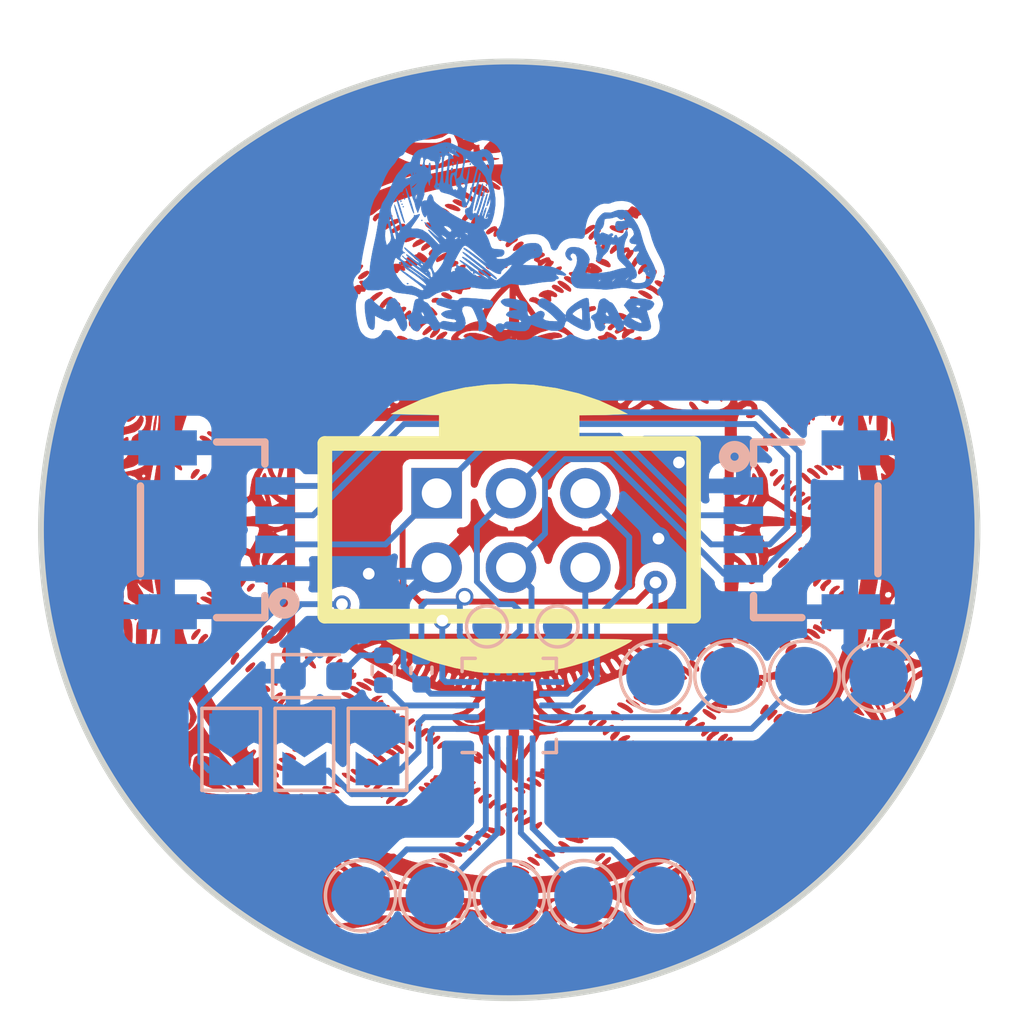
<source format=kicad_pcb>
(kicad_pcb (version 20231231) (generator "pcbnew") (generator_version "7.99")
  (layers (0 "F.Cu" signal) (31 "B.Cu" signal) (34 "B.Paste" user) (35 "F.Paste" user) (36 "B.SilkS" user "B.Silkscreen") (37 "F.SilkS" user "F.Silkscreen") (38 "B.Mask" user) (39 "F.Mask" user) (44 "Edge.Cuts" user))
  (net 0 "")
  (net 1 "SWIO")
  (net 2 "IO1")
  (net 3 "A1")
  (net 4 "A0")
  (net 5 "LED")
  (net 6 "A2")
  (net 7 "IO2")
  (net 8 "GND")
  (net 9 "+3.3V")
  (net 10 "SDA")
  (net 11 "SCL")
  (net 12 "Net-(D1-A)")
  (net 13 "Net-(U1-PC3)")
  (net 14 "Net-(U1-PD2)")
  (net 15 "Net-(U1-PD3)")
  (net 16 "Net-(U1-PD4)")
  (net 17 "Net-(U1-PD5)")
  (net 18 "Net-(U1-PD6)")
  (net 19 "Net-(U1-PC0)")
  (net 21 "Net-(U1-PC7)")
  (footprint "Simple_Addon_v2:Simple_Addon_v2-BADGE-2x3" (layer "F.Cu") (at 0 0)
    (property "Reference" "X1" (hide yes))
    (property "Value" "Simple_Addon_v2" (hide yes))
  )
  (footprint "artwork:artwork" (layer "F.Cu") (at 0 0)
    (property "Reference" "N1" (hide yes))
    (property "Value" "Artwork" (hide yes))
  )
  (footprint "TestPoint:TestPoint_Pad_D2.0mm" (layer "B.Cu") (at 5.08 12.5 180)
    (property "Reference" "TP9" (hide yes))
    (property "Value" "~" (hide yes))
  )
  (footprint "TestPoint:TestPoint_Pad_D2.0mm" (layer "B.Cu") (at 12.62 5 180)
    (property "Reference" "TP3" (hide yes))
    (property "Value" "GND" (hide yes))
  )
  (footprint "Package_DFN_QFN:QFN-20-1EP_3x3mm_P0.4mm_EP1.65x1.65mm" (layer "B.Cu") (at 0 6)
    (property "Reference" "U1" (hide yes))
    (property "Value" "CH32V003F4U6" (hide yes))
  )
  (footprint "Jumper:SolderJumper-2_P1.3mm_Open_TrianglePad1.0x1.5mm" (layer "B.Cu") (at -9.5 7.5 -90)
    (property "Reference" "JP1" (hide yes))
    (property "Value" "A2" (hide yes))
  )
  (footprint "TestPoint:TestPoint_Pad_D1.0mm" (layer "B.Cu") (at -0.76 3.3 180)
    (property "Reference" "TP6" (hide yes))
    (property "Value" "~")
  )
  (footprint "TestPoint:TestPoint_Pad_D2.0mm" (layer "B.Cu") (at -5.08 12.5 180)
    (property "Reference" "TP4" (hide yes))
    (property "Value" "~" (hide yes))
  )
  (footprint "TestPoint:TestPoint_Pad_D2.0mm" (layer "B.Cu") (at 7.54 5 180)
    (property "Reference" "TP11" (hide yes))
    (property "Value" "14" (hide yes))
  )
  (footprint "TestPoint:TestPoint_Pad_D2.0mm" (layer "B.Cu") (at 10.08 5 180)
    (property "Reference" "TP2" (hide yes))
    (property "Value" "SWIO" (hide yes))
  )
  (footprint "Jumper:SolderJumper-2_P1.3mm_Open_TrianglePad1.0x1.5mm" (layer "B.Cu") (at -7 7.5 -90)
    (property "Reference" "JP2" (hide yes))
    (property "Value" "A1" (hide yes))
  )
  (footprint "custom:1X04_1MM_RA_GND" (layer "B.Cu") (at -8 0 90)
    (property "Reference" "J1" (hide yes))
    (property "Value" "I2C" (hide yes))
  )
  (footprint "TestPoint:TestPoint_Pad_D2.0mm" (layer "B.Cu") (at 2.54 12.5 180)
    (property "Reference" "TP8" (hide yes))
    (property "Value" "~" (hide yes))
  )
  (footprint "custom:1X04_1MM_RA_GND" (layer "B.Cu") (at 8 0 -90)
    (property "Reference" "J2" (hide yes))
    (property "Value" "I2C" (hide yes))
  )
  (footprint "Jumper:SolderJumper-2_P1.3mm_Open_TrianglePad1.0x1.5mm" (layer "B.Cu") (at -4.5 7.5 -90)
    (property "Reference" "JP3" (hide yes))
    (property "Value" "A0" (hide yes))
  )
  (footprint "TestPoint:TestPoint_Pad_D2.0mm" (layer "B.Cu") (at 0 12.5 180)
    (property "Reference" "TP7" (hide yes))
    (property "Value" "~" (hide yes))
  )
  (footprint "Resistor_SMD:R_0402_1005Metric" (layer "B.Cu") (at -4.3 4.8 -90)
    (property "Reference" "R1" (hide yes))
    (property "Value" "270" (hide yes))
  )
  (footprint "TestPoint:TestPoint_Pad_D2.0mm" (layer "B.Cu") (at 5 5 180)
    (property "Reference" "TP1" (hide yes))
    (property "Value" "3.3v" (hide yes))
  )
  (footprint "TestPoint:TestPoint_Pad_D2.0mm" (layer "B.Cu") (at -2.54 12.5 180)
    (property "Reference" "TP5" (hide yes))
    (property "Value" "~" (hide yes))
  )
  (footprint "Capacitor_SMD:C_0402_1005Metric" (layer "B.Cu") (at -3 4.8 90)
    (property "Reference" "C1" (hide yes))
    (property "Value" "100n" (hide yes))
  )
  (footprint "TestPoint:TestPoint_Pad_D1.0mm" (layer "B.Cu") (at 1.65 3.3 180)
    (property "Reference" "TP10" (hide yes))
    (property "Value" "~" (hide yes))
  )
  (footprint "artwork:stamp" (layer "B.Cu") (at 0 -10 180)
    (property "Reference" "N2" (hide yes))
    (property "Value" "Stamp" (hide yes))
  )
  (footprint "LED_SMD:LED_0603_1608Metric" (layer "B.Cu") (at -6.6 5)
    (property "Reference" "D1" (hide yes))
    (property "Value" "LED" (hide yes))
  )
  (gr_circle (center 0 0) (end 16 0) (stroke (width 0.2)) (fill none) (layer "Edge.Cuts"))
  (segment (start 8.28 6.8) (end 10.08 5) (width 0.2) (layer "B.Cu") (net 1))
  (segment (start 1.45 6.8) (end 8.28 6.8) (width 0.2) (layer "B.Cu") (net 1))
  (segment (start 1.45 6) (end 2.137046 6) (width 0.2) (layer "B.Cu") (net 2))
  (segment (start 4.1 1.9) (end 4.1 0.25) (width 0.2) (layer "B.Cu") (net 2))
  (segment (start 2.137046 6) (end 3 5.137045) (width 0.2) (layer "B.Cu") (net 2))
  (segment (start 3 3) (end 4.1 1.9) (width 0.2) (layer "B.Cu") (net 2))
  (segment (start 3 5.137045) (end 3 3) (width 0.2) (layer "B.Cu") (net 2))
  (segment (start 4.1 0.25) (end 2.6 -1.25) (width 0.2) (layer "B.Cu") (net 2))
  (segment (start -3.623664 9.03) (end -5.376336 9.03) (width 0.2) (layer "B.Cu") (net 3))
  (segment (start -5.376336 9.03) (end -6.181336 8.225) (width 0.2) (layer "B.Cu") (net 3))
  (segment (start -2.7 8.106336) (end -3.623664 9.03) (width 0.2) (layer "B.Cu") (net 3))
  (segment (start -6.181336 8.225) (end -7 8.225) (width 0.2) (layer "B.Cu") (net 3))
  (segment (start -1.45 6.8) (end -2.6 6.8) (width 0.2) (layer "B.Cu") (net 3))
  (segment (start -2.6 6.8) (end -2.7 6.9) (width 0.2) (layer "B.Cu") (net 3))
  (segment (start -2.7 6.9) (end -2.7 8.106336) (width 0.2) (layer "B.Cu") (net 3))
  (segment (start -4.5 8.225) (end -3.745 8.225) (width 0.2) (layer "B.Cu") (net 4))
  (segment (start -2.9 6.4) (end -1.45 6.4) (width 0.2) (layer "B.Cu") (net 4))
  (segment (start -3.745 8.225) (end -3.1 7.58) (width 0.2) (layer "B.Cu") (net 4))
  (segment (start -3.1 7.58) (end -3.1 6.6) (width 0.2) (layer "B.Cu") (net 4))
  (segment (start -3.1 6.6) (end -2.9 6.4) (width 0.2) (layer "B.Cu") (net 4))
  (segment (start -3.61 6) (end -4.3 5.31) (width 0.2) (layer "B.Cu") (net 5))
  (segment (start -1.45 6) (end -3.61 6) (width 0.2) (layer "B.Cu") (net 5))
  (segment (start -2.286 3.175) (end -2.6074 2.8536) (width 0.2) (layer "F.Cu") (net 6))
  (segment (start -2.6074 2.8536) (end -5.4014 2.8536) (width 0.2) (layer "F.Cu") (net 6))
  (segment (start -5.4014 2.8536) (end -5.715 2.54) (width 0.2) (layer "F.Cu") (net 6))
  (via (at -2.286 3.1) (size 0.6) (drill 0.4) (layers "F.Cu" "B.Cu") (net 6))
  (via (at -5.715 2.54) (size 0.6) (drill 0.4) (layers "F.Cu" "B.Cu") (net 6))
  (segment (start -10.555 5.983) (end -7.112 2.54) (width 0.2) (layer "B.Cu") (net 6))
  (segment (start -7.112 2.54) (end -5.715 2.54) (width 0.2) (layer "B.Cu") (net 6))
  (segment (start -2.286 5.08) (end -2.286 3.302) (width 0.2) (layer "B.Cu") (net 6))
  (segment (start -1.45 5.2) (end -2.166 5.2) (width 0.2) (layer "B.Cu") (net 6))
  (segment (start -10.255 8.218) (end -10.555 7.918) (width 0.2) (layer "B.Cu") (net 6))
  (segment (start -9.5 8.218) (end -10.255 8.218) (width 0.2) (layer "B.Cu") (net 6))
  (segment (start -2.166 5.2) (end -2.286 5.08) (width 0.2) (layer "B.Cu") (net 6))
  (segment (start -10.555 7.918) (end -10.555 5.983) (width 0.2) (layer "B.Cu") (net 6))
  (segment (start 1.45 5.6) (end 1.97136 5.6) (width 0.2) (layer "B.Cu") (net 7))
  (segment (start 2.6 4.97136) (end 2.6 1.29) (width 0.2) (layer "B.Cu") (net 7))
  (segment (start 1.97136 5.6) (end 2.6 4.97136) (width 0.2) (layer "B.Cu") (net 7))
  (segment (start 5.05 -1.55) (end 5.8 -2.3) (width 0.2) (layer "F.Cu") (net 8))
  (segment (start 4.9264 0.1264) (end 3.3736 0.1264) (width 0.2) (layer "F.Cu") (net 8))
  (segment (start 5.1 0.3) (end 4.9264 0.1264) (width 0.2) (layer "F.Cu") (net 8))
  (segment (start -2.48 1.29) (end -1.3164 0.1264) (width 0.2) (layer "F.Cu") (net 8))
  (segment (start 5.05 0.25) (end 5.05 -1.55) (width 0.2) (layer "F.Cu") (net 8))
  (segment (start 5.1 0.3) (end 5.05 0.25) (width 0.2) (layer "F.Cu") (net 8))
  (segment (start -1.3164 0.1264) (end 3.3736 0.1264) (width 0.2) (layer "F.Cu") (net 8))
  (via (at 5.8 -2.3) (size 0.8) (drill 0.4) (layers "F.Cu" "B.Cu") (net 8))
  (via (at 5.1 0.3) (size 0.8) (drill 0.4) (layers "F.Cu" "B.Cu") (net 8))
  (via (at -4.8 1.5) (size 0.8) (drill 0.4) (layers "F.Cu" "B.Cu") (net 8))
  (segment (start -7 6.775) (end -9.493 6.775) (width 0.2) (layer "B.Cu") (net 8))
  (segment (start -8 1.4986) (end -11.67144 1.4986) (width 0.2) (layer "B.Cu") (net 8))
  (segment (start -7 6.4) (end -7.4 6) (width 0.2) (layer "B.Cu") (net 8))
  (segment (start 10.08 2.81908) (end 10.1 2.79908) (width 0.2) (layer "B.Cu") (net 8))
  (segment (start -6.0705 3.683) (end -3.61 3.683) (width 0.2) (layer "B.Cu") (net 8))
  (segment (start 11.67284 -2.79908) (end 11.67284 2.79908) (width 0.2) (layer "B.Cu") (net 8))
  (segment (start -1.45 5.6) (end -2.68 5.6) (width 0.2) (layer "B.Cu") (net 8))
  (segment (start 11.67284 2.79908) (end 10.1 2.79908) (width 0.2) (layer "B.Cu") (net 8))
  (segment (start 5.1 0.3) (end 5.1 0.2) (width 0.2) (layer "B.Cu") (net 8))
  (segment (start -3.6 1.4986) (end -2.6886 1.4986) (width 0.2) (layer "B.Cu") (net 8))
  (segment (start -3.61 3.683) (end -3.61 1.5086) (width 0.2) (layer "B.Cu") (net 8))
  (segment (start -4.7986 1.4986) (end -3.6 1.4986) (width 0.2) (layer "B.Cu") (net 8))
  (segment (start 6.6014 -1.4986) (end 5.8 -2.3) (width 0.2) (layer "B.Cu") (net 8))
  (segment (start -3.61 1.5086) (end -3.6 1.4986) (width 0.2) (layer "B.Cu") (net 8))
  (segment (start 5.2 0.3) (end 5.1 0.3) (width 0.2) (layer "B.Cu") (net 8))
  (segment (start -7.4 6) (end -7.3875 5.9875) (width 0.2) (layer "B.Cu") (net 8))
  (segment (start -7.3875 5.9875) (end -7.3875 5) (width 0.2) (layer "B.Cu") (net 8))
  (segment (start -1.45 5.6) (end -0.4 5.6) (width 0.2) (layer "B.Cu") (net 8))
  (segment (start -7.3875 5) (end -6.0705 3.683) (width 0.2) (layer "B.Cu") (net 8))
  (segment (start -2.68 5.6) (end -3 5.28) (width 0.2) (layer "B.Cu") (net 8))
  (segment (start -11.67284 1.5) (end -11.67284 2.79908) (width 0.2) (layer "B.Cu") (net 8))
  (segment (start 10.1 2.79908) (end 7.69908 2.79908) (width 0.2) (layer "B.Cu") (net 8))
  (segment (start -11.67284 -2.79908) (end -11.67284 1.5) (width 0.2) (layer "B.Cu") (net 8))
  (segment (start -2.69 1.5) (end -2.48 1.29) (width 0.4) (layer "B.Cu") (net 8))
  (segment (start -4.8 1.5) (end -7.9986 1.5) (width 0.4) (layer "B.Cu") (net 8))
  (segment (start 7.69908 2.79908) (end 5.2 0.3) (width 0.2) (layer "B.Cu") (net 8))
  (segment (start -11.67144 1.4986) (end -11.67284 1.5) (width 0.2) (layer "B.Cu") (net 8))
  (segment (start -4.8 1.5) (end -2.69 1.5) (width 0.4) (layer "B.Cu") (net 8))
  (segment (start -7.9986 1.5) (end -8 1.4986) (width 0.4) (layer "B.Cu") (net 8))
  (segment (start -4.8 1.5) (end -4.7986 1.4986) (width 0.2) (layer "B.Cu") (net 8))
  (segment (start -4.5 6.775) (end -7 6.775) (width 0.2) (layer "B.Cu") (net 8))
  (segment (start -3 5.28) (end -3.61 4.67) (width 0.2) (layer "B.Cu") (net 8))
  (segment (start 8 -1.4986) (end 6.6014 -1.4986) (width 0.2) (layer "B.Cu") (net 8))
  (segment (start -3.61 4.67) (end -3.61 3.683) (width 0.2) (layer "B.Cu") (net 8))
  (segment (start -3.6436 1.8564) (end -3.0464 2.4536) (width 0.2) (layer "F.Cu") (net 9))
  (segment (start 4.3464 2.4536) (end -1.3564 2.4536) (width 0.2) (layer "F.Cu") (net 9))
  (segment (start -1.3564 2.4536) (end -1.524 2.286) (width 0.2) (layer "F.Cu") (net 9))
  (segment (start 5 1.8) (end 4.3464 2.4536) (width 0.2) (layer "F.Cu") (net 9))
  (segment (start -3.0464 2.4536) (end -1.6916 2.4536) (width 0.2) (layer "F.Cu") (net 9))
  (segment (start -2.48 -1.25) (end -3.6436 -0.0864) (width 0.2) (layer "F.Cu") (net 9))
  (segment (start -1.6916 2.4536) (end -1.524 2.286) (width 0.2) (layer "F.Cu") (net 9))
  (segment (start -3.6436 -0.0864) (end -3.6436 1.8564) (width 0.2) (layer "F.Cu") (net 9))
  (via (at 5 1.8) (size 0.8) (drill 0.4) (layers "F.Cu" "B.Cu") (net 9))
  (via (at -1.524 2.286) (size 0.6) (drill 0.4) (layers "F.Cu" "B.Cu") (net 9))
  (segment (start -4.22784 0.49784) (end -2.48 -1.25) (width 0.2) (layer "B.Cu") (net 9))
  (segment (start -0.5164 -3.2136) (end -2.48 -1.25) (width 0.2) (layer "B.Cu") (net 9))
  (segment (start -8 0.49784) (end -4.22784 0.49784) (width 0.2) (layer "B.Cu") (net 9))
  (segment (start -1.689 3.426529) (end -1.686 3.423529) (width 0.2) (layer "B.Cu") (net 9))
  (segment (start -2.8346 2.4536) (end -3 2.619) (width 0.2) (layer "B.Cu") (net 9))
  (segment (start -3 2.619) (end -3 4.32) (width 0.2) (layer "B.Cu") (net 9))
  (segment (start 8 -0.49784) (end 6.467846 -0.49784) (width 0.2) (layer "B.Cu") (net 9))
  (segment (start -1.686 3.423529) (end -1.686 2.407529) (width 0.2) (layer "B.Cu") (net 9))
  (segment (start 3.752086 -3.2136) (end -0.5164 -3.2136) (width 0.2) (layer "B.Cu") (net 9))
  (segment (start -1.689 3.633371) (end -1.689 3.426529) (width 0.2) (layer "B.Cu") (net 9))
  (segment (start -0.823 4.102) (end -1.220371 4.102) (width 0.2) (layer "B.Cu") (net 9))
  (segment (start -1.564471 2.286) (end -1.524 2.286) (width 0.2) (layer "B.Cu") (net 9))
  (segment (start -0.8 4.55) (end -0.8 4.125) (width 0.2) (layer "B.Cu") (net 9))
  (segment (start -1.6916 2.4536) (end -2.8346 2.4536) (width 0.2) (layer "B.Cu") (net 9))
  (segment (start -0.8 4.125) (end -0.823 4.102) (width 0.2) (layer "B.Cu") (net 9))
  (segment (start -1.524 2.286) (end -1.6916 2.4536) (width 0.2) (layer "B.Cu") (net 9))
  (segment (start 5 5) (end 5 1.8) (width 0.2) (layer "B.Cu") (net 9))
  (segment (start -1.220371 4.102) (end -1.689 3.633371) (width 0.2) (layer "B.Cu") (net 9))
  (segment (start -1.686 2.407529) (end -1.564471 2.286) (width 0.2) (layer "B.Cu") (net 9))
  (segment (start 6.467846 -0.49784) (end 3.752086 -3.2136) (width 0.2) (layer "B.Cu") (net 9))
  (segment (start -6.70216 -0.49784) (end -3.5864 -3.6136) (width 0.2) (layer "B.Cu") (net 10))
  (segment (start 8.90216 0.49784) (end 8 0.49784) (width 0.2) (layer "B.Cu") (net 10))
  (segment (start 3.5864 -2.8136) (end 6.89784 0.49784) (width 0.2) (layer "B.Cu") (net 10))
  (segment (start -1.1036 1.771979) (end -1.1036 -0.0864) (width 0.2) (layer "B.Cu") (net 10))
  (segment (start 9.5 -0.1) (end 8.90216 0.49784) (width 0.2) (layer "B.Cu") (net 10))
  (segment (start 6.89784 0.49784) (end 8 0.49784) (width 0.2) (layer "B.Cu") (net 10))
  (segment (start 0.127 2.54) (end -0.335579 2.54) (width 0.2) (layer "B.Cu") (net 10))
  (segment (start 0.06 -1.25) (end 1.6236 -2.8136) (width 0.2) (layer "B.Cu") (net 10))
  (segment (start 0.362 3.429) (end 0.362 2.775) (width 0.2) (layer "B.Cu") (net 10))
  (segment (start 1.6236 -2.8136) (end 3.5864 -2.8136) (width 0.2) (layer "B.Cu") (net 10))
  (segment (start 0 3.791) (end 0.362 3.429) (width 0.2) (layer "B.Cu") (net 10))
  (segment (start -0.335579 2.54) (end -1.1036 1.771979) (width 0.2) (layer "B.Cu") (net 10))
  (segment (start -8 -0.49784) (end -6.70216 -0.49784) (width 0.2) (layer "B.Cu") (net 10))
  (segment (start 9.5 -2.5) (end 9.5 -0.1) (width 0.2) (layer "B.Cu") (net 10))
  (segment (start 0 4.55) (end 0 3.791) (width 0.2) (layer "B.Cu") (net 10))
  (segment (start -3.5864 -3.6136) (end 8.3864 -3.6136) (width 0.2) (layer "B.Cu") (net 10))
  (segment (start -1.1036 -0.0864) (end 0.06 -1.25) (width 0.2) (layer "B.Cu") (net 10))
  (segment (start 8.3864 -3.6136) (end 9.5 -2.5) (width 0.2) (layer "B.Cu") (net 10))
  (segment (start 0.362 2.775) (end 0.127 2.54) (width 0.2) (layer "B.Cu") (net 10))
  (segment (start 1.2236 0.1264) (end 1.2236 -1.7236) (width 0.2) (layer "B.Cu") (net 11))
  (segment (start 1.2236 -1.7236) (end 1.9136 -2.4136) (width 0.2) (layer "B.Cu") (net 11))
  (segment (start -8 -1.4986) (end -6.267086 -1.4986) (width 0.2) (layer "B.Cu") (net 11))
  (segment (start -6.267086 -1.4986) (end -3.752085 -4.0136) (width 0.2) (layer "B.Cu") (net 11))
  (segment (start 0.06 1.29) (end 1.2236 0.1264) (width 0.2) (layer "B.Cu") (net 11))
  (segment (start 0.4 4.55) (end 0.4 4.02864) (width 0.2) (layer "B.Cu") (net 11))
  (segment (start 0.762 1.992) (end 0.06 1.29) (width 0.2) (layer "B.Cu") (net 11))
  (segment (start 7.332914 1.4986) (end 8 1.4986) (width 0.2) (layer "B.Cu") (net 11))
  (segment (start 8.552086 -4.0136) (end 9.9 -2.665685) (width 0.2) (layer "B.Cu") (net 11))
  (segment (start 3.420714 -2.4136) (end 7.332914 1.4986) (width 0.2) (layer "B.Cu") (net 11))
  (segment (start 0.762 3.66664) (end 0.762 1.992) (width 0.2) (layer "B.Cu") (net 11))
  (segment (start 9.9 0.17193) (end 8.57333 1.4986) (width 0.2) (layer "B.Cu") (net 11))
  (segment (start 1.9136 -2.4136) (end 3.420714 -2.4136) (width 0.2) (layer "B.Cu") (net 11))
  (segment (start 0.4 4.02864) (end 0.762 3.66664) (width 0.2) (layer "B.Cu") (net 11))
  (segment (start 9.9 -2.665685) (end 9.9 0.17193) (width 0.2) (layer "B.Cu") (net 11))
  (segment (start -3.752085 -4.0136) (end 8.552086 -4.0136) (width 0.2) (layer "B.Cu") (net 11))
  (segment (start -5.1025 4.29) (end -5.8125 5) (width 0.2) (layer "B.Cu") (net 12))
  (segment (start -4.3 4.29) (end -5.1025 4.29) (width 0.2) (layer "B.Cu") (net 12))
  (segment (start 0.8 4.194326) (end 1.651 3.343326) (width 0.2) (layer "B.Cu") (net 13))
  (segment (start 0.8 4.55) (end 0.8 4.194326) (width 0.2) (layer "B.Cu") (net 13))
  (segment (start 0.8 10.194314) (end 1.527686 10.922) (width 0.2) (layer "B.Cu") (net 14))
  (segment (start 1.527686 10.922) (end 3.502 10.922) (width 0.2) (layer "B.Cu") (net 14))
  (segment (start 3.502 10.922) (end 5.08 12.5) (width 0.2) (layer "B.Cu") (net 14))
  (segment (start 0.8 7.45) (end 0.8 10.194314) (width 0.2) (layer "B.Cu") (net 14))
  (segment (start 0.4 7.45) (end 0.4 10.36) (width 0.2) (layer "B.Cu") (net 15))
  (segment (start 0.4 10.36) (end 2.54 12.5) (width 0.2) (layer "B.Cu") (net 15))
  (segment (start 0 7.45) (end 0 12.5) (width 0.2) (layer "B.Cu") (net 16))
  (segment (start -0.4 10.36) (end -2.54 12.5) (width 0.2) (layer "B.Cu") (net 17))
  (segment (start -0.4 7.45) (end -0.4 10.36) (width 0.2) (layer "B.Cu") (net 17))
  (segment (start -0.8 7.45) (end -0.8 10.194314) (width 0.2) (layer "B.Cu") (net 18))
  (segment (start -1.524 10.918314) (end -3.498314 10.918314) (width 0.2) (layer "B.Cu") (net 18))
  (segment (start -3.498314 10.918314) (end -5.08 12.5) (width 0.2) (layer "B.Cu") (net 18))
  (segment (start -0.8 10.194314) (end -1.524 10.918314) (width 0.2) (layer "B.Cu") (net 18))
  (segment (start -0.4 4.55) (end -0.4 3.664) (width 0.2) (layer "B.Cu") (net 19))
  (segment (start -0.4 3.664) (end -0.762 3.302) (width 0.2) (layer "B.Cu") (net 19))
  (segment (start 1.45 6.4) (end 6.14 6.4) (width 0.2) (layer "B.Cu") (net 21))
  (segment (start 6.14 6.4) (end 7.54 5) (width 0.2) (layer "B.Cu") (net 21))
  (zone (net 8) (net_name "GND") (layer "F.Cu") (priority 1) (connect_pads (clearance 0.3)) (min_thickness 0.25) (fill yes (thermal_gap 0.5) (thermal_bridge_width 0.5))
    (polygon (pts (xy -6.3 -3) (xy 6.3 -3) (xy 6.3 3) (xy -6.3 3)))
  )
  (zone (net 8) (net_name "GND") (layer "B.Cu") (connect_pads (clearance 0.3)) (min_thickness 0.25) (fill yes (thermal_gap 0.5) (thermal_bridge_width 0.5))
    (polygon (pts (xy -17.197 -18.1) (xy 16.8 -18.1) (xy 17.145 16.891) (xy -17.399 16.51)))
  )
)
</source>
